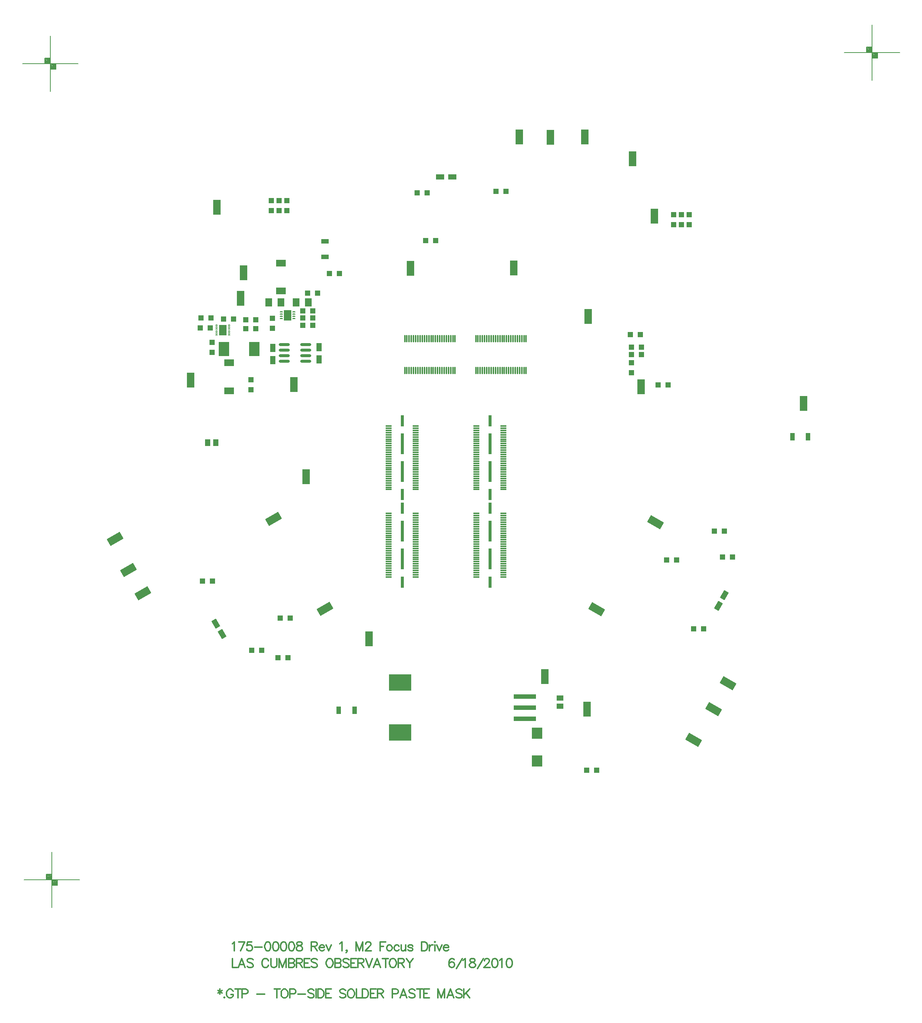
<source format=gtp>
%FSLAX23Y23*%
%MOIN*%
G70*
G01*
G75*
G04 Layer_Color=8421504*
%ADD10O,0.027X0.010*%
%ADD11R,0.065X0.094*%
%ADD12R,0.070X0.135*%
%ADD13O,0.098X0.028*%
%ADD14R,0.048X0.078*%
%ADD15R,0.087X0.059*%
%ADD16R,0.063X0.075*%
%ADD17R,0.050X0.050*%
%ADD18R,0.050X0.050*%
%ADD19R,0.025X0.100*%
%ADD20R,0.057X0.012*%
%ADD21R,0.025X0.185*%
%ADD22O,0.024X0.010*%
%ADD23R,0.094X0.130*%
%ADD24R,0.094X0.102*%
%ADD25R,0.200X0.150*%
%ADD26R,0.200X0.040*%
%ADD27R,0.059X0.051*%
%ADD28O,0.012X0.069*%
%ADD29R,0.078X0.048*%
G04:AMPARAMS|DCode=30|XSize=78mil|YSize=48mil|CornerRadius=0mil|HoleSize=0mil|Usage=FLASHONLY|Rotation=120.000|XOffset=0mil|YOffset=0mil|HoleType=Round|Shape=Rectangle|*
%AMROTATEDRECTD30*
4,1,4,0.040,-0.022,-0.001,-0.046,-0.040,0.022,0.001,0.046,0.040,-0.022,0.0*
%
%ADD30ROTATEDRECTD30*%

G04:AMPARAMS|DCode=31|XSize=78mil|YSize=48mil|CornerRadius=0mil|HoleSize=0mil|Usage=FLASHONLY|Rotation=240.000|XOffset=0mil|YOffset=0mil|HoleType=Round|Shape=Rectangle|*
%AMROTATEDRECTD31*
4,1,4,-0.001,0.046,0.040,0.022,0.001,-0.046,-0.040,-0.022,-0.001,0.046,0.0*
%
%ADD31ROTATEDRECTD31*%

%ADD32R,0.067X0.040*%
%ADD33R,0.040X0.067*%
%ADD34R,0.051X0.059*%
G04:AMPARAMS|DCode=35|XSize=135mil|YSize=70mil|CornerRadius=0mil|HoleSize=0mil|Usage=FLASHONLY|Rotation=30.000|XOffset=0mil|YOffset=0mil|HoleType=Round|Shape=Rectangle|*
%AMROTATEDRECTD35*
4,1,4,-0.041,-0.064,-0.076,-0.003,0.041,0.064,0.076,0.003,-0.041,-0.064,0.0*
%
%ADD35ROTATEDRECTD35*%

G04:AMPARAMS|DCode=36|XSize=135mil|YSize=70mil|CornerRadius=0mil|HoleSize=0mil|Usage=FLASHONLY|Rotation=150.000|XOffset=0mil|YOffset=0mil|HoleType=Round|Shape=Rectangle|*
%AMROTATEDRECTD36*
4,1,4,0.076,-0.003,0.041,-0.064,-0.076,0.003,-0.041,0.064,0.076,-0.003,0.0*
%
%ADD36ROTATEDRECTD36*%

%ADD37C,0.020*%
%ADD38C,0.030*%
%ADD39C,0.010*%
%ADD40C,0.005*%
%ADD41C,0.050*%
%ADD42C,0.005*%
%ADD43C,0.012*%
%ADD44C,0.008*%
%ADD45C,0.012*%
%ADD46C,0.012*%
%ADD47C,0.055*%
%ADD48P,0.078X4X165.0*%
%ADD49C,0.116*%
%ADD50C,0.085*%
%ADD51C,0.039*%
%ADD52C,0.200*%
%ADD53C,0.120*%
%ADD54P,0.085X4X105.0*%
%ADD55C,0.060*%
%ADD56P,0.085X4X345.0*%
%ADD57R,0.060X0.060*%
%ADD58P,0.084X4X195.0*%
%ADD59C,0.059*%
%ADD60C,0.031*%
%ADD61C,0.079*%
%ADD62P,0.084X4X255.0*%
%ADD63R,0.059X0.059*%
%ADD64C,0.175*%
%ADD65C,0.070*%
%ADD66R,0.070X0.070*%
%ADD67P,0.084X4X255.0*%
%ADD68C,0.059*%
%ADD69R,0.059X0.059*%
%ADD70P,0.084X4X375.0*%
%ADD71C,0.157*%
%ADD72P,0.084X4X285.0*%
%ADD73C,0.098*%
%ADD74O,0.079X0.039*%
%ADD75R,0.079X0.039*%
%ADD76R,0.059X0.059*%
%ADD77C,0.413*%
%ADD78C,0.531*%
%ADD79C,0.335*%
%ADD80C,0.236*%
%ADD81P,0.099X4X165.0*%
%ADD82P,0.099X4X285.0*%
%ADD83C,0.024*%
%ADD84C,0.026*%
%ADD85C,0.050*%
%ADD86C,0.040*%
%ADD87C,0.075*%
%ADD88C,0.168*%
%ADD89C,0.102*%
%ADD90C,0.080*%
%ADD91C,0.131*%
%ADD92C,0.110*%
G04:AMPARAMS|DCode=93|XSize=90mil|YSize=90mil|CornerRadius=0mil|HoleSize=0mil|Usage=FLASHONLY|Rotation=0.000|XOffset=0mil|YOffset=0mil|HoleType=Round|Shape=Relief|Width=10mil|Gap=10mil|Entries=4|*
%AMTHD93*
7,0,0,0.090,0.070,0.010,45*
%
%ADD93THD93*%
%ADD94C,0.075*%
%ADD95C,0.060*%
G04:AMPARAMS|DCode=96|XSize=107.244mil|YSize=107.244mil|CornerRadius=0mil|HoleSize=0mil|Usage=FLASHONLY|Rotation=0.000|XOffset=0mil|YOffset=0mil|HoleType=Round|Shape=Relief|Width=10mil|Gap=10mil|Entries=4|*
%AMTHD96*
7,0,0,0.107,0.087,0.010,45*
%
%ADD96THD96*%
%ADD97C,0.087*%
%ADD98C,0.163*%
%ADD99C,0.087*%
%ADD100C,0.075*%
%ADD101C,0.131*%
%ADD102C,0.076*%
%ADD103C,0.099*%
%ADD104C,0.070*%
G04:AMPARAMS|DCode=105|XSize=95.433mil|YSize=95.433mil|CornerRadius=0mil|HoleSize=0mil|Usage=FLASHONLY|Rotation=0.000|XOffset=0mil|YOffset=0mil|HoleType=Round|Shape=Relief|Width=10mil|Gap=10mil|Entries=4|*
%AMTHD105*
7,0,0,0.095,0.075,0.010,45*
%
%ADD105THD105*%
%ADD106C,0.257*%
%ADD107C,0.571*%
%ADD108C,0.375*%
%ADD109C,0.206*%
%ADD110C,0.053*%
G04:AMPARAMS|DCode=111|XSize=70mil|YSize=70mil|CornerRadius=0mil|HoleSize=0mil|Usage=FLASHONLY|Rotation=0.000|XOffset=0mil|YOffset=0mil|HoleType=Round|Shape=Relief|Width=10mil|Gap=10mil|Entries=4|*
%AMTHD111*
7,0,0,0.070,0.050,0.010,45*
%
%ADD111THD111*%
%ADD112C,0.065*%
G04:AMPARAMS|DCode=113|XSize=85mil|YSize=85mil|CornerRadius=0mil|HoleSize=0mil|Usage=FLASHONLY|Rotation=0.000|XOffset=0mil|YOffset=0mil|HoleType=Round|Shape=Relief|Width=10mil|Gap=10mil|Entries=4|*
%AMTHD113*
7,0,0,0.085,0.065,0.010,45*
%
%ADD113THD113*%
G04:AMPARAMS|DCode=114|XSize=95mil|YSize=95mil|CornerRadius=0mil|HoleSize=0mil|Usage=FLASHONLY|Rotation=0.000|XOffset=0mil|YOffset=0mil|HoleType=Round|Shape=Relief|Width=10mil|Gap=10mil|Entries=4|*
%AMTHD114*
7,0,0,0.095,0.075,0.010,45*
%
%ADD114THD114*%
G04:AMPARAMS|DCode=115|XSize=122mil|YSize=122mil|CornerRadius=0mil|HoleSize=0mil|Usage=FLASHONLY|Rotation=0.000|XOffset=0mil|YOffset=0mil|HoleType=Round|Shape=Relief|Width=10mil|Gap=10mil|Entries=4|*
%AMTHD115*
7,0,0,0.122,0.102,0.010,45*
%
%ADD115THD115*%
G04:AMPARAMS|DCode=116|XSize=79.685mil|YSize=79.685mil|CornerRadius=0mil|HoleSize=0mil|Usage=FLASHONLY|Rotation=0.000|XOffset=0mil|YOffset=0mil|HoleType=Round|Shape=Relief|Width=10mil|Gap=10mil|Entries=4|*
%AMTHD116*
7,0,0,0.080,0.060,0.010,45*
%
%ADD116THD116*%
G04:AMPARAMS|DCode=117|XSize=183mil|YSize=183mil|CornerRadius=0mil|HoleSize=0mil|Usage=FLASHONLY|Rotation=0.000|XOffset=0mil|YOffset=0mil|HoleType=Round|Shape=Relief|Width=10mil|Gap=10mil|Entries=4|*
%AMTHD117*
7,0,0,0.183,0.163,0.010,45*
%
%ADD117THD117*%
G04:AMPARAMS|DCode=118|XSize=107mil|YSize=107mil|CornerRadius=0mil|HoleSize=0mil|Usage=FLASHONLY|Rotation=0.000|XOffset=0mil|YOffset=0mil|HoleType=Round|Shape=Relief|Width=10mil|Gap=10mil|Entries=4|*
%AMTHD118*
7,0,0,0.107,0.087,0.010,45*
%
%ADD118THD118*%
G04:AMPARAMS|DCode=119|XSize=95.433mil|YSize=95.433mil|CornerRadius=0mil|HoleSize=0mil|Usage=FLASHONLY|Rotation=0.000|XOffset=0mil|YOffset=0mil|HoleType=Round|Shape=Relief|Width=10mil|Gap=10mil|Entries=4|*
%AMTHD119*
7,0,0,0.095,0.075,0.010,45*
%
%ADD119THD119*%
G04:AMPARAMS|DCode=120|XSize=150.551mil|YSize=150.551mil|CornerRadius=0mil|HoleSize=0mil|Usage=FLASHONLY|Rotation=0.000|XOffset=0mil|YOffset=0mil|HoleType=Round|Shape=Relief|Width=10mil|Gap=10mil|Entries=4|*
%AMTHD120*
7,0,0,0.151,0.131,0.010,45*
%
%ADD120THD120*%
G04:AMPARAMS|DCode=121|XSize=96.221mil|YSize=96.221mil|CornerRadius=0mil|HoleSize=0mil|Usage=FLASHONLY|Rotation=0.000|XOffset=0mil|YOffset=0mil|HoleType=Round|Shape=Relief|Width=10mil|Gap=10mil|Entries=4|*
%AMTHD121*
7,0,0,0.096,0.076,0.010,45*
%
%ADD121THD121*%
G04:AMPARAMS|DCode=122|XSize=119.055mil|YSize=119.055mil|CornerRadius=0mil|HoleSize=0mil|Usage=FLASHONLY|Rotation=0.000|XOffset=0mil|YOffset=0mil|HoleType=Round|Shape=Relief|Width=10mil|Gap=10mil|Entries=4|*
%AMTHD122*
7,0,0,0.119,0.099,0.010,45*
%
%ADD122THD122*%
G04:AMPARAMS|DCode=123|XSize=89.528mil|YSize=89.528mil|CornerRadius=0mil|HoleSize=0mil|Usage=FLASHONLY|Rotation=0.000|XOffset=0mil|YOffset=0mil|HoleType=Round|Shape=Relief|Width=10mil|Gap=10mil|Entries=4|*
%AMTHD123*
7,0,0,0.090,0.070,0.010,45*
%
%ADD123THD123*%
G04:AMPARAMS|DCode=124|XSize=72.992mil|YSize=72.992mil|CornerRadius=0mil|HoleSize=0mil|Usage=FLASHONLY|Rotation=0.000|XOffset=0mil|YOffset=0mil|HoleType=Round|Shape=Relief|Width=10mil|Gap=10mil|Entries=4|*
%AMTHD124*
7,0,0,0.073,0.053,0.010,45*
%
%ADD124THD124*%
G04:AMPARAMS|DCode=125|XSize=79mil|YSize=236mil|CornerRadius=0mil|HoleSize=0mil|Usage=FLASHONLY|Rotation=240.000|XOffset=0mil|YOffset=0mil|HoleType=Round|Shape=Rectangle|*
%AMROTATEDRECTD125*
4,1,4,-0.083,0.093,0.122,-0.025,0.083,-0.093,-0.122,0.025,-0.083,0.093,0.0*
%
%ADD125ROTATEDRECTD125*%

G04:AMPARAMS|DCode=126|XSize=79mil|YSize=236mil|CornerRadius=0mil|HoleSize=0mil|Usage=FLASHONLY|Rotation=120.000|XOffset=0mil|YOffset=0mil|HoleType=Round|Shape=Rectangle|*
%AMROTATEDRECTD126*
4,1,4,0.122,0.025,-0.083,-0.093,-0.122,-0.025,0.083,0.093,0.122,0.025,0.0*
%
%ADD126ROTATEDRECTD126*%

%ADD127R,0.236X0.079*%
%ADD128R,0.025X0.070*%
G04:AMPARAMS|DCode=129|XSize=28mil|YSize=98mil|CornerRadius=0mil|HoleSize=0mil|Usage=FLASHONLY|Rotation=210.000|XOffset=0mil|YOffset=0mil|HoleType=Round|Shape=Round|*
%AMOVALD129*
21,1,0.071,0.028,0.000,0.000,300.0*
1,1,0.028,-0.018,0.031*
1,1,0.028,0.018,-0.031*
%
%ADD129OVALD129*%

%ADD130P,0.071X4X345.0*%
G04:AMPARAMS|DCode=131|XSize=28mil|YSize=98mil|CornerRadius=0mil|HoleSize=0mil|Usage=FLASHONLY|Rotation=330.000|XOffset=0mil|YOffset=0mil|HoleType=Round|Shape=Round|*
%AMOVALD131*
21,1,0.071,0.028,0.000,0.000,60.0*
1,1,0.028,-0.018,-0.031*
1,1,0.028,0.018,0.031*
%
%ADD131OVALD131*%

%ADD132P,0.071X4X105.0*%
%ADD133C,0.075*%
%ADD134C,0.010*%
%ADD135C,0.010*%
%ADD136C,0.024*%
%ADD137C,0.007*%
%ADD138C,0.008*%
%ADD139C,0.006*%
%ADD140C,0.020*%
%ADD141R,0.195X0.150*%
%ADD142R,0.020X0.082*%
D10*
X13852Y14298D02*
D03*
Y14279D02*
D03*
Y14259D02*
D03*
Y14239D02*
D03*
X13963D02*
D03*
Y14259D02*
D03*
X13963Y14279D02*
D03*
X13963Y14298D02*
D03*
D11*
X13908Y14269D02*
D03*
X13323Y14136D02*
D03*
D12*
X13964Y13646D02*
D03*
X13034Y13686D02*
D03*
X13484Y14421D02*
D03*
X13509Y14651D02*
D03*
X16613Y14259D02*
D03*
X18554Y13476D02*
D03*
X16604Y10721D02*
D03*
X14639Y11356D02*
D03*
X14074Y12816D02*
D03*
X15994Y15876D02*
D03*
X16274Y15871D02*
D03*
X16584Y15876D02*
D03*
X15944Y14696D02*
D03*
X15014Y14691D02*
D03*
X17209Y15161D02*
D03*
X13269Y15241D02*
D03*
X17089Y13626D02*
D03*
X16224Y11016D02*
D03*
X17013Y15680D02*
D03*
D13*
X14070Y13856D02*
D03*
Y13906D02*
D03*
Y13956D02*
D03*
Y14006D02*
D03*
X13877Y13856D02*
D03*
Y13906D02*
D03*
Y13956D02*
D03*
Y14006D02*
D03*
D14*
X14189Y13871D02*
D03*
Y13981D02*
D03*
X13774Y13866D02*
D03*
Y13976D02*
D03*
D15*
X13848Y14488D02*
D03*
Y14740D02*
D03*
X13381Y13841D02*
D03*
Y13589D02*
D03*
D16*
X14093Y14384D02*
D03*
X13983D02*
D03*
X13738D02*
D03*
X13848D02*
D03*
D17*
X14043Y14309D02*
D03*
X14133D02*
D03*
X14043Y14179D02*
D03*
X14133D02*
D03*
X14178Y14469D02*
D03*
X14088D02*
D03*
X14133Y14244D02*
D03*
X14043D02*
D03*
X13211Y14155D02*
D03*
X13121D02*
D03*
X13621Y14150D02*
D03*
X13531D02*
D03*
X13621Y14230D02*
D03*
X13531D02*
D03*
X13331Y14235D02*
D03*
X13421D02*
D03*
X13126Y14245D02*
D03*
X13216D02*
D03*
X14374Y14646D02*
D03*
X14284D02*
D03*
X13909Y11186D02*
D03*
X13819D02*
D03*
X17749Y12326D02*
D03*
X17839D02*
D03*
X15239Y14941D02*
D03*
X15149D02*
D03*
X13929Y11541D02*
D03*
X13839D02*
D03*
X17319Y12066D02*
D03*
X17409D02*
D03*
X15164Y15371D02*
D03*
X15074D02*
D03*
X13674Y11251D02*
D03*
X13584D02*
D03*
X17914Y12091D02*
D03*
X17824D02*
D03*
X17334Y13641D02*
D03*
X17244D02*
D03*
X17084Y14096D02*
D03*
X16994D02*
D03*
X17094Y13981D02*
D03*
X17004D02*
D03*
Y13916D02*
D03*
X17094D02*
D03*
X16689Y10171D02*
D03*
X16599D02*
D03*
X15874Y15386D02*
D03*
X15784D02*
D03*
X13139Y11876D02*
D03*
X13229D02*
D03*
X17654Y11446D02*
D03*
X17564D02*
D03*
D18*
X13769Y14151D02*
D03*
Y14241D02*
D03*
X13226Y13935D02*
D03*
Y14025D02*
D03*
X13576Y13690D02*
D03*
Y13600D02*
D03*
X17384Y15086D02*
D03*
Y15176D02*
D03*
X17454D02*
D03*
Y15086D02*
D03*
X13899Y15211D02*
D03*
Y15301D02*
D03*
X13829D02*
D03*
Y15211D02*
D03*
X17524Y15176D02*
D03*
Y15086D02*
D03*
X13759Y15301D02*
D03*
Y15211D02*
D03*
X17004Y13841D02*
D03*
Y13751D02*
D03*
D19*
X15730Y12531D02*
D03*
Y12654D02*
D03*
Y13319D02*
D03*
Y11866D02*
D03*
X14940Y12531D02*
D03*
Y12654D02*
D03*
Y13319D02*
D03*
Y11866D02*
D03*
D20*
X15852Y13271D02*
D03*
Y13252D02*
D03*
Y13232D02*
D03*
Y13212D02*
D03*
Y13193D02*
D03*
Y13173D02*
D03*
Y13153D02*
D03*
Y13134D02*
D03*
Y13114D02*
D03*
Y13094D02*
D03*
Y13075D02*
D03*
Y13055D02*
D03*
Y13035D02*
D03*
Y13016D02*
D03*
Y12996D02*
D03*
Y12976D02*
D03*
Y12957D02*
D03*
Y12937D02*
D03*
Y12917D02*
D03*
Y12897D02*
D03*
Y12878D02*
D03*
Y12858D02*
D03*
Y12838D02*
D03*
Y12819D02*
D03*
Y12799D02*
D03*
Y12779D02*
D03*
Y12760D02*
D03*
Y12740D02*
D03*
Y12720D02*
D03*
Y12701D02*
D03*
Y12484D02*
D03*
Y12464D02*
D03*
Y12445D02*
D03*
Y12425D02*
D03*
Y12405D02*
D03*
Y12386D02*
D03*
Y12366D02*
D03*
Y12346D02*
D03*
Y12327D02*
D03*
Y12307D02*
D03*
Y12287D02*
D03*
Y12268D02*
D03*
Y12248D02*
D03*
Y12228D02*
D03*
Y12208D02*
D03*
Y12189D02*
D03*
Y12169D02*
D03*
Y12149D02*
D03*
Y12130D02*
D03*
Y12110D02*
D03*
Y12090D02*
D03*
Y12071D02*
D03*
Y12051D02*
D03*
Y12031D02*
D03*
Y12012D02*
D03*
Y11992D02*
D03*
Y11972D02*
D03*
Y11953D02*
D03*
Y11933D02*
D03*
Y11913D02*
D03*
X15608Y13271D02*
D03*
D03*
Y13252D02*
D03*
Y13232D02*
D03*
Y13212D02*
D03*
Y13193D02*
D03*
Y13173D02*
D03*
Y13153D02*
D03*
Y13134D02*
D03*
Y13114D02*
D03*
Y13094D02*
D03*
Y13075D02*
D03*
Y13055D02*
D03*
Y13035D02*
D03*
Y13016D02*
D03*
Y12996D02*
D03*
Y12976D02*
D03*
Y12957D02*
D03*
Y12937D02*
D03*
Y12917D02*
D03*
Y12897D02*
D03*
Y12878D02*
D03*
Y12858D02*
D03*
Y12838D02*
D03*
Y12819D02*
D03*
Y12799D02*
D03*
Y12779D02*
D03*
Y12760D02*
D03*
Y12740D02*
D03*
Y12720D02*
D03*
Y12701D02*
D03*
Y12484D02*
D03*
Y12464D02*
D03*
Y12445D02*
D03*
Y12425D02*
D03*
Y12405D02*
D03*
Y12386D02*
D03*
Y12366D02*
D03*
Y12346D02*
D03*
Y12327D02*
D03*
Y12307D02*
D03*
Y12287D02*
D03*
Y12268D02*
D03*
Y12248D02*
D03*
Y12228D02*
D03*
Y12208D02*
D03*
Y12189D02*
D03*
Y12169D02*
D03*
Y12149D02*
D03*
Y12130D02*
D03*
Y12110D02*
D03*
Y12090D02*
D03*
Y12071D02*
D03*
Y12051D02*
D03*
Y12031D02*
D03*
Y12012D02*
D03*
Y11992D02*
D03*
Y11972D02*
D03*
Y11953D02*
D03*
Y11933D02*
D03*
Y11913D02*
D03*
X15062Y13271D02*
D03*
Y13252D02*
D03*
Y13232D02*
D03*
Y13212D02*
D03*
Y13193D02*
D03*
Y13173D02*
D03*
Y13153D02*
D03*
Y13134D02*
D03*
Y13114D02*
D03*
Y13094D02*
D03*
Y13075D02*
D03*
Y13055D02*
D03*
Y13035D02*
D03*
Y13016D02*
D03*
Y12996D02*
D03*
Y12976D02*
D03*
Y12957D02*
D03*
Y12937D02*
D03*
Y12917D02*
D03*
Y12897D02*
D03*
Y12878D02*
D03*
Y12858D02*
D03*
Y12838D02*
D03*
Y12819D02*
D03*
Y12799D02*
D03*
Y12779D02*
D03*
Y12760D02*
D03*
Y12740D02*
D03*
Y12720D02*
D03*
Y12701D02*
D03*
Y12484D02*
D03*
Y12464D02*
D03*
Y12445D02*
D03*
Y12425D02*
D03*
Y12405D02*
D03*
Y12386D02*
D03*
Y12366D02*
D03*
Y12346D02*
D03*
Y12327D02*
D03*
Y12307D02*
D03*
Y12287D02*
D03*
Y12268D02*
D03*
Y12248D02*
D03*
Y12228D02*
D03*
Y12208D02*
D03*
Y12189D02*
D03*
Y12169D02*
D03*
Y12149D02*
D03*
Y12130D02*
D03*
Y12110D02*
D03*
Y12090D02*
D03*
Y12071D02*
D03*
Y12051D02*
D03*
Y12031D02*
D03*
Y12012D02*
D03*
Y11992D02*
D03*
Y11972D02*
D03*
Y11953D02*
D03*
Y11933D02*
D03*
Y11913D02*
D03*
X14818Y13271D02*
D03*
D03*
Y13252D02*
D03*
Y13232D02*
D03*
Y13212D02*
D03*
Y13193D02*
D03*
Y13173D02*
D03*
Y13153D02*
D03*
Y13134D02*
D03*
Y13114D02*
D03*
Y13094D02*
D03*
Y13075D02*
D03*
Y13055D02*
D03*
Y13035D02*
D03*
Y13016D02*
D03*
Y12996D02*
D03*
Y12976D02*
D03*
Y12957D02*
D03*
Y12937D02*
D03*
Y12917D02*
D03*
Y12897D02*
D03*
Y12878D02*
D03*
Y12858D02*
D03*
Y12838D02*
D03*
Y12819D02*
D03*
Y12799D02*
D03*
Y12779D02*
D03*
Y12760D02*
D03*
Y12740D02*
D03*
Y12720D02*
D03*
Y12701D02*
D03*
Y12484D02*
D03*
Y12464D02*
D03*
Y12445D02*
D03*
Y12425D02*
D03*
Y12405D02*
D03*
Y12386D02*
D03*
Y12366D02*
D03*
Y12346D02*
D03*
Y12327D02*
D03*
Y12307D02*
D03*
Y12287D02*
D03*
Y12268D02*
D03*
Y12248D02*
D03*
Y12228D02*
D03*
Y12208D02*
D03*
Y12189D02*
D03*
Y12169D02*
D03*
Y12149D02*
D03*
Y12130D02*
D03*
Y12110D02*
D03*
Y12090D02*
D03*
Y12071D02*
D03*
Y12051D02*
D03*
Y12031D02*
D03*
Y12012D02*
D03*
Y11992D02*
D03*
Y11972D02*
D03*
Y11953D02*
D03*
Y11933D02*
D03*
Y11913D02*
D03*
D21*
X15730Y13111D02*
D03*
Y12861D02*
D03*
Y12074D02*
D03*
Y12324D02*
D03*
X14940Y13111D02*
D03*
Y12861D02*
D03*
Y12074D02*
D03*
Y12324D02*
D03*
D22*
X13380Y14180D02*
D03*
Y14162D02*
D03*
X13266Y14180D02*
D03*
Y14162D02*
D03*
Y14144D02*
D03*
Y14127D02*
D03*
Y14109D02*
D03*
Y14091D02*
D03*
X13380D02*
D03*
Y14109D02*
D03*
Y14127D02*
D03*
Y14144D02*
D03*
D23*
X13608Y13965D02*
D03*
X13334D02*
D03*
D24*
X16154Y10507D02*
D03*
Y10255D02*
D03*
D25*
X14919Y10961D02*
D03*
Y10511D02*
D03*
D26*
X16044Y10636D02*
D03*
Y10736D02*
D03*
Y10836D02*
D03*
D27*
X16359Y10748D02*
D03*
Y10823D02*
D03*
D28*
X15603Y13773D02*
D03*
X15622D02*
D03*
X15642D02*
D03*
X15662D02*
D03*
X15681D02*
D03*
X15701D02*
D03*
X15721D02*
D03*
X15740D02*
D03*
X15760D02*
D03*
X15780D02*
D03*
X15799D02*
D03*
X15819D02*
D03*
X15839D02*
D03*
X15858D02*
D03*
X15878D02*
D03*
X15898D02*
D03*
X15917D02*
D03*
X15937D02*
D03*
X15957D02*
D03*
X15977D02*
D03*
X15996D02*
D03*
X16016D02*
D03*
X16036D02*
D03*
X16055D02*
D03*
X15603Y14059D02*
D03*
X15622D02*
D03*
X15642D02*
D03*
X15662D02*
D03*
X15681D02*
D03*
X15701D02*
D03*
X15721D02*
D03*
X15740D02*
D03*
X15760D02*
D03*
X15780D02*
D03*
X15799D02*
D03*
X15819D02*
D03*
X15839D02*
D03*
X15858D02*
D03*
X15878D02*
D03*
X15898D02*
D03*
X15917D02*
D03*
X15937D02*
D03*
X15957D02*
D03*
X15977D02*
D03*
X15996D02*
D03*
X16016D02*
D03*
X16036D02*
D03*
X16055D02*
D03*
X14963Y13773D02*
D03*
X14982D02*
D03*
X15002D02*
D03*
X15022D02*
D03*
X15041D02*
D03*
X15061D02*
D03*
X15081D02*
D03*
X15100D02*
D03*
X15120D02*
D03*
X15140D02*
D03*
X15159D02*
D03*
X15179D02*
D03*
X15199D02*
D03*
X15218D02*
D03*
X15238D02*
D03*
X15258D02*
D03*
X15277D02*
D03*
X15297D02*
D03*
X15317D02*
D03*
X15337D02*
D03*
X15356D02*
D03*
X15376D02*
D03*
X15396D02*
D03*
X15415D02*
D03*
X14963Y14059D02*
D03*
X14982D02*
D03*
X15002D02*
D03*
X15022D02*
D03*
X15041D02*
D03*
X15061D02*
D03*
X15081D02*
D03*
X15100D02*
D03*
X15120D02*
D03*
X15140D02*
D03*
X15159D02*
D03*
X15179D02*
D03*
X15199D02*
D03*
X15218D02*
D03*
X15238D02*
D03*
X15258D02*
D03*
X15277D02*
D03*
X15297D02*
D03*
X15317D02*
D03*
X15337D02*
D03*
X15356D02*
D03*
X15376D02*
D03*
X15396D02*
D03*
X15415D02*
D03*
D29*
X15279Y15516D02*
D03*
X15389D02*
D03*
D30*
X13316Y11398D02*
D03*
X13261Y11493D02*
D03*
D31*
X17841Y11748D02*
D03*
X17786Y11653D02*
D03*
D32*
X14244Y14937D02*
D03*
Y14795D02*
D03*
D33*
X14510Y10711D02*
D03*
X14368D02*
D03*
X18595Y13176D02*
D03*
X18453D02*
D03*
D34*
X13261Y13121D02*
D03*
X13186D02*
D03*
D35*
X12604Y11766D02*
D03*
X12474Y11976D02*
D03*
X12354Y12256D02*
D03*
X13779Y12436D02*
D03*
X14244Y11626D02*
D03*
D36*
X17874Y10956D02*
D03*
X17744Y10721D02*
D03*
X17564Y10446D02*
D03*
X17219Y12406D02*
D03*
X16689Y11621D02*
D03*
D44*
X11519Y16536D02*
X12019D01*
X11769Y16286D02*
Y16786D01*
X11719Y16586D02*
X11719Y16536D01*
X11719Y16586D02*
X11769Y16586D01*
X11819Y16536D02*
X11819Y16486D01*
X11769Y16486D02*
X11819Y16486D01*
X11774Y16531D02*
X11814D01*
Y16491D02*
Y16531D01*
X11774Y16491D02*
X11814D01*
X11774D02*
Y16531D01*
X11779Y16526D02*
X11809D01*
Y16496D02*
Y16526D01*
X11779Y16496D02*
X11809D01*
X11779D02*
Y16521D01*
X11784D02*
X11804D01*
X11804Y16501D01*
X11784Y16501D02*
X11804Y16501D01*
X11784Y16501D02*
Y16516D01*
X11789Y16516D02*
X11799Y16516D01*
Y16506D02*
Y16516D01*
X11789Y16506D02*
X11799D01*
X11789D02*
X11789Y16516D01*
Y16511D02*
X11799D01*
X11724Y16581D02*
X11764D01*
Y16541D02*
Y16581D01*
X11724Y16541D02*
X11764D01*
X11724D02*
Y16581D01*
X11729Y16576D02*
X11759D01*
Y16546D02*
Y16576D01*
X11729Y16546D02*
X11759D01*
X11729D02*
Y16571D01*
X11734D02*
X11754Y16571D01*
Y16551D02*
Y16571D01*
X11734Y16551D02*
X11754D01*
X11734D02*
Y16566D01*
X11739D02*
X11749D01*
X11749Y16556D02*
X11749Y16566D01*
X11739Y16556D02*
X11749Y16556D01*
X11739Y16556D02*
Y16566D01*
Y16561D02*
X11749D01*
X18919Y16636D02*
X19419D01*
X19169Y16386D02*
Y16886D01*
X19119Y16686D02*
X19119Y16636D01*
X19119Y16686D02*
X19169Y16686D01*
X19219Y16636D02*
X19219Y16586D01*
X19169Y16586D02*
X19219Y16586D01*
X19174Y16631D02*
X19214D01*
Y16591D02*
Y16631D01*
X19174Y16591D02*
X19214D01*
X19174D02*
Y16631D01*
X19179Y16626D02*
X19209D01*
Y16596D02*
Y16626D01*
X19179Y16596D02*
X19209D01*
X19179D02*
Y16621D01*
X19184D02*
X19204D01*
X19204Y16601D01*
X19184Y16601D02*
X19204Y16601D01*
X19184Y16601D02*
Y16616D01*
X19189Y16616D02*
X19199Y16616D01*
Y16606D02*
Y16616D01*
X19189Y16606D02*
X19199D01*
X19189D02*
X19189Y16616D01*
Y16611D02*
X19199D01*
X19124Y16681D02*
X19164D01*
Y16641D02*
Y16681D01*
X19124Y16641D02*
X19164D01*
X19124D02*
Y16681D01*
X19129Y16676D02*
X19159D01*
Y16646D02*
Y16676D01*
X19129Y16646D02*
X19159D01*
X19129D02*
Y16671D01*
X19134D02*
X19154Y16671D01*
Y16651D02*
Y16671D01*
X19134Y16651D02*
X19154D01*
X19134D02*
Y16666D01*
X19139D02*
X19149D01*
X19149Y16656D02*
X19149Y16666D01*
X19139Y16656D02*
X19149Y16656D01*
X19139Y16656D02*
Y16666D01*
Y16661D02*
X19149D01*
X11534Y9186D02*
X12034D01*
X11784Y8936D02*
Y9436D01*
X11734Y9236D02*
X11734Y9186D01*
X11734Y9236D02*
X11784Y9236D01*
X11834Y9186D02*
X11834Y9136D01*
X11784Y9136D02*
X11834Y9136D01*
X11789Y9181D02*
X11829D01*
Y9141D02*
Y9181D01*
X11789Y9141D02*
X11829D01*
X11789D02*
Y9181D01*
X11794Y9176D02*
X11824D01*
Y9146D02*
Y9176D01*
X11794Y9146D02*
X11824D01*
X11794D02*
Y9171D01*
X11799D02*
X11819D01*
X11819Y9151D01*
X11799Y9151D02*
X11819Y9151D01*
X11799Y9151D02*
Y9166D01*
X11804Y9166D02*
X11814Y9166D01*
Y9156D02*
Y9166D01*
X11804Y9156D02*
X11814D01*
X11804D02*
X11804Y9166D01*
Y9161D02*
X11814D01*
X11739Y9231D02*
X11779D01*
Y9191D02*
Y9231D01*
X11739Y9191D02*
X11779D01*
X11739D02*
Y9231D01*
X11744Y9226D02*
X11774D01*
Y9196D02*
Y9226D01*
X11744Y9196D02*
X11774D01*
X11744D02*
Y9221D01*
X11749D02*
X11769Y9221D01*
Y9201D02*
Y9221D01*
X11749Y9201D02*
X11769D01*
X11749D02*
Y9216D01*
X11754D02*
X11764D01*
X11764Y9206D02*
X11764Y9216D01*
X11754Y9206D02*
X11764Y9206D01*
X11754Y9206D02*
Y9216D01*
Y9211D02*
X11764D01*
D45*
X13298Y8201D02*
Y8155D01*
X13279Y8189D02*
X13317Y8167D01*
Y8189D02*
X13279Y8167D01*
X13337Y8128D02*
X13333Y8125D01*
X13337Y8121D01*
X13341Y8125D01*
X13337Y8128D01*
X13416Y8182D02*
X13412Y8189D01*
X13404Y8197D01*
X13397Y8201D01*
X13381D01*
X13374Y8197D01*
X13366Y8189D01*
X13362Y8182D01*
X13358Y8170D01*
Y8151D01*
X13362Y8140D01*
X13366Y8132D01*
X13374Y8125D01*
X13381Y8121D01*
X13397D01*
X13404Y8125D01*
X13412Y8132D01*
X13416Y8140D01*
Y8151D01*
X13397D02*
X13416D01*
X13461Y8201D02*
Y8121D01*
X13434Y8201D02*
X13487D01*
X13497Y8159D02*
X13531D01*
X13542Y8163D01*
X13546Y8167D01*
X13550Y8174D01*
Y8186D01*
X13546Y8193D01*
X13542Y8197D01*
X13531Y8201D01*
X13497D01*
Y8121D01*
X13631Y8155D02*
X13699D01*
X13812Y8201D02*
Y8121D01*
X13786Y8201D02*
X13839D01*
X13871D02*
X13864Y8197D01*
X13856Y8189D01*
X13852Y8182D01*
X13849Y8170D01*
Y8151D01*
X13852Y8140D01*
X13856Y8132D01*
X13864Y8125D01*
X13871Y8121D01*
X13887D01*
X13894Y8125D01*
X13902Y8132D01*
X13906Y8140D01*
X13910Y8151D01*
Y8170D01*
X13906Y8182D01*
X13902Y8189D01*
X13894Y8197D01*
X13887Y8201D01*
X13871D01*
X13928Y8159D02*
X13963D01*
X13974Y8163D01*
X13978Y8167D01*
X13982Y8174D01*
Y8186D01*
X13978Y8193D01*
X13974Y8197D01*
X13963Y8201D01*
X13928D01*
Y8121D01*
X13999Y8155D02*
X14068D01*
X14145Y8189D02*
X14137Y8197D01*
X14126Y8201D01*
X14111D01*
X14099Y8197D01*
X14092Y8189D01*
Y8182D01*
X14095Y8174D01*
X14099Y8170D01*
X14107Y8167D01*
X14130Y8159D01*
X14137Y8155D01*
X14141Y8151D01*
X14145Y8144D01*
Y8132D01*
X14137Y8125D01*
X14126Y8121D01*
X14111D01*
X14099Y8125D01*
X14092Y8132D01*
X14163Y8201D02*
Y8121D01*
X14180Y8201D02*
Y8121D01*
Y8201D02*
X14206D01*
X14218Y8197D01*
X14225Y8189D01*
X14229Y8182D01*
X14233Y8170D01*
Y8151D01*
X14229Y8140D01*
X14225Y8132D01*
X14218Y8125D01*
X14206Y8121D01*
X14180D01*
X14300Y8201D02*
X14251D01*
Y8121D01*
X14300D01*
X14251Y8163D02*
X14281D01*
X14430Y8189D02*
X14422Y8197D01*
X14411Y8201D01*
X14396D01*
X14384Y8197D01*
X14377Y8189D01*
Y8182D01*
X14380Y8174D01*
X14384Y8170D01*
X14392Y8167D01*
X14415Y8159D01*
X14422Y8155D01*
X14426Y8151D01*
X14430Y8144D01*
Y8132D01*
X14422Y8125D01*
X14411Y8121D01*
X14396D01*
X14384Y8125D01*
X14377Y8132D01*
X14471Y8201D02*
X14463Y8197D01*
X14455Y8189D01*
X14452Y8182D01*
X14448Y8170D01*
Y8151D01*
X14452Y8140D01*
X14455Y8132D01*
X14463Y8125D01*
X14471Y8121D01*
X14486D01*
X14493Y8125D01*
X14501Y8132D01*
X14505Y8140D01*
X14509Y8151D01*
Y8170D01*
X14505Y8182D01*
X14501Y8189D01*
X14493Y8197D01*
X14486Y8201D01*
X14471D01*
X14527D02*
Y8121D01*
X14573D01*
X14582Y8201D02*
Y8121D01*
Y8201D02*
X14608D01*
X14620Y8197D01*
X14628Y8189D01*
X14631Y8182D01*
X14635Y8170D01*
Y8151D01*
X14631Y8140D01*
X14628Y8132D01*
X14620Y8125D01*
X14608Y8121D01*
X14582D01*
X14703Y8201D02*
X14653D01*
Y8121D01*
X14703D01*
X14653Y8163D02*
X14684D01*
X14716Y8201D02*
Y8121D01*
Y8201D02*
X14750D01*
X14762Y8197D01*
X14765Y8193D01*
X14769Y8186D01*
Y8178D01*
X14765Y8170D01*
X14762Y8167D01*
X14750Y8163D01*
X14716D01*
X14743D02*
X14769Y8121D01*
X14850Y8159D02*
X14884D01*
X14896Y8163D01*
X14899Y8167D01*
X14903Y8174D01*
Y8186D01*
X14899Y8193D01*
X14896Y8197D01*
X14884Y8201D01*
X14850D01*
Y8121D01*
X14982D02*
X14952Y8201D01*
X14921Y8121D01*
X14933Y8147D02*
X14971D01*
X15054Y8189D02*
X15046Y8197D01*
X15035Y8201D01*
X15020D01*
X15008Y8197D01*
X15001Y8189D01*
Y8182D01*
X15005Y8174D01*
X15008Y8170D01*
X15016Y8167D01*
X15039Y8159D01*
X15046Y8155D01*
X15050Y8151D01*
X15054Y8144D01*
Y8132D01*
X15046Y8125D01*
X15035Y8121D01*
X15020D01*
X15008Y8125D01*
X15001Y8132D01*
X15099Y8201D02*
Y8121D01*
X15072Y8201D02*
X15125D01*
X15184D02*
X15135D01*
Y8121D01*
X15184D01*
X15135Y8163D02*
X15165D01*
X15261Y8201D02*
Y8121D01*
Y8201D02*
X15291Y8121D01*
X15321Y8201D02*
X15291Y8121D01*
X15321Y8201D02*
Y8121D01*
X15405D02*
X15375Y8201D01*
X15344Y8121D01*
X15356Y8147D02*
X15394D01*
X15477Y8189D02*
X15470Y8197D01*
X15458Y8201D01*
X15443D01*
X15432Y8197D01*
X15424Y8189D01*
Y8182D01*
X15428Y8174D01*
X15432Y8170D01*
X15439Y8167D01*
X15462Y8159D01*
X15470Y8155D01*
X15473Y8151D01*
X15477Y8144D01*
Y8132D01*
X15470Y8125D01*
X15458Y8121D01*
X15443D01*
X15432Y8125D01*
X15424Y8132D01*
X15495Y8201D02*
Y8121D01*
X15548Y8201D02*
X15495Y8147D01*
X15514Y8167D02*
X15548Y8121D01*
X13409Y8610D02*
X13416Y8614D01*
X13428Y8626D01*
Y8546D01*
X13521Y8626D02*
X13483Y8546D01*
X13467Y8626D02*
X13521D01*
X13584D02*
X13546D01*
X13542Y8591D01*
X13546Y8595D01*
X13558Y8599D01*
X13569D01*
X13581Y8595D01*
X13588Y8587D01*
X13592Y8576D01*
Y8568D01*
X13588Y8557D01*
X13581Y8549D01*
X13569Y8546D01*
X13558D01*
X13546Y8549D01*
X13542Y8553D01*
X13539Y8561D01*
X13610Y8580D02*
X13678D01*
X13725Y8626D02*
X13713Y8622D01*
X13706Y8610D01*
X13702Y8591D01*
Y8580D01*
X13706Y8561D01*
X13713Y8549D01*
X13725Y8546D01*
X13733D01*
X13744Y8549D01*
X13752Y8561D01*
X13755Y8580D01*
Y8591D01*
X13752Y8610D01*
X13744Y8622D01*
X13733Y8626D01*
X13725D01*
X13796D02*
X13785Y8622D01*
X13777Y8610D01*
X13773Y8591D01*
Y8580D01*
X13777Y8561D01*
X13785Y8549D01*
X13796Y8546D01*
X13804D01*
X13815Y8549D01*
X13823Y8561D01*
X13827Y8580D01*
Y8591D01*
X13823Y8610D01*
X13815Y8622D01*
X13804Y8626D01*
X13796D01*
X13867D02*
X13856Y8622D01*
X13848Y8610D01*
X13844Y8591D01*
Y8580D01*
X13848Y8561D01*
X13856Y8549D01*
X13867Y8546D01*
X13875D01*
X13886Y8549D01*
X13894Y8561D01*
X13898Y8580D01*
Y8591D01*
X13894Y8610D01*
X13886Y8622D01*
X13875Y8626D01*
X13867D01*
X13939D02*
X13927Y8622D01*
X13920Y8610D01*
X13916Y8591D01*
Y8580D01*
X13920Y8561D01*
X13927Y8549D01*
X13939Y8546D01*
X13946D01*
X13958Y8549D01*
X13965Y8561D01*
X13969Y8580D01*
Y8591D01*
X13965Y8610D01*
X13958Y8622D01*
X13946Y8626D01*
X13939D01*
X14006D02*
X13995Y8622D01*
X13991Y8614D01*
Y8606D01*
X13995Y8599D01*
X14002Y8595D01*
X14017Y8591D01*
X14029Y8587D01*
X14036Y8580D01*
X14040Y8572D01*
Y8561D01*
X14036Y8553D01*
X14033Y8549D01*
X14021Y8546D01*
X14006D01*
X13995Y8549D01*
X13991Y8553D01*
X13987Y8561D01*
Y8572D01*
X13991Y8580D01*
X13998Y8587D01*
X14010Y8591D01*
X14025Y8595D01*
X14033Y8599D01*
X14036Y8606D01*
Y8614D01*
X14033Y8622D01*
X14021Y8626D01*
X14006D01*
X14121D02*
Y8546D01*
Y8626D02*
X14155D01*
X14167Y8622D01*
X14171Y8618D01*
X14174Y8610D01*
Y8603D01*
X14171Y8595D01*
X14167Y8591D01*
X14155Y8587D01*
X14121D01*
X14148D02*
X14174Y8546D01*
X14192Y8576D02*
X14238D01*
Y8584D01*
X14234Y8591D01*
X14230Y8595D01*
X14223Y8599D01*
X14211D01*
X14204Y8595D01*
X14196Y8587D01*
X14192Y8576D01*
Y8568D01*
X14196Y8557D01*
X14204Y8549D01*
X14211Y8546D01*
X14223D01*
X14230Y8549D01*
X14238Y8557D01*
X14255Y8599D02*
X14278Y8546D01*
X14301Y8599D02*
X14278Y8546D01*
X14377Y8610D02*
X14384Y8614D01*
X14396Y8626D01*
Y8546D01*
X14443Y8549D02*
X14439Y8546D01*
X14435Y8549D01*
X14439Y8553D01*
X14443Y8549D01*
Y8542D01*
X14439Y8534D01*
X14435Y8530D01*
X14523Y8626D02*
Y8546D01*
Y8626D02*
X14554Y8546D01*
X14584Y8626D02*
X14554Y8546D01*
X14584Y8626D02*
Y8546D01*
X14611Y8606D02*
Y8610D01*
X14615Y8618D01*
X14618Y8622D01*
X14626Y8626D01*
X14641D01*
X14649Y8622D01*
X14653Y8618D01*
X14656Y8610D01*
Y8603D01*
X14653Y8595D01*
X14645Y8584D01*
X14607Y8546D01*
X14660D01*
X14741Y8626D02*
Y8546D01*
Y8626D02*
X14791D01*
X14741Y8587D02*
X14772D01*
X14819Y8599D02*
X14811Y8595D01*
X14804Y8587D01*
X14800Y8576D01*
Y8568D01*
X14804Y8557D01*
X14811Y8549D01*
X14819Y8546D01*
X14830D01*
X14838Y8549D01*
X14845Y8557D01*
X14849Y8568D01*
Y8576D01*
X14845Y8587D01*
X14838Y8595D01*
X14830Y8599D01*
X14819D01*
X14912Y8587D02*
X14905Y8595D01*
X14897Y8599D01*
X14886D01*
X14878Y8595D01*
X14871Y8587D01*
X14867Y8576D01*
Y8568D01*
X14871Y8557D01*
X14878Y8549D01*
X14886Y8546D01*
X14897D01*
X14905Y8549D01*
X14912Y8557D01*
X14930Y8599D02*
Y8561D01*
X14933Y8549D01*
X14941Y8546D01*
X14952D01*
X14960Y8549D01*
X14971Y8561D01*
Y8599D02*
Y8546D01*
X15034Y8587D02*
X15031Y8595D01*
X15019Y8599D01*
X15008D01*
X14996Y8595D01*
X14992Y8587D01*
X14996Y8580D01*
X15004Y8576D01*
X15023Y8572D01*
X15031Y8568D01*
X15034Y8561D01*
Y8557D01*
X15031Y8549D01*
X15019Y8546D01*
X15008D01*
X14996Y8549D01*
X14992Y8557D01*
X15114Y8626D02*
Y8546D01*
Y8626D02*
X15141D01*
X15152Y8622D01*
X15160Y8614D01*
X15163Y8606D01*
X15167Y8595D01*
Y8576D01*
X15163Y8565D01*
X15160Y8557D01*
X15152Y8549D01*
X15141Y8546D01*
X15114D01*
X15185Y8599D02*
Y8546D01*
Y8576D02*
X15189Y8587D01*
X15197Y8595D01*
X15204Y8599D01*
X15216D01*
X15230Y8626D02*
X15234Y8622D01*
X15238Y8626D01*
X15234Y8629D01*
X15230Y8626D01*
X15234Y8599D02*
Y8546D01*
X15252Y8599D02*
X15275Y8546D01*
X15298Y8599D02*
X15275Y8546D01*
X15311Y8576D02*
X15357D01*
Y8584D01*
X15353Y8591D01*
X15349Y8595D01*
X15341Y8599D01*
X15330D01*
X15322Y8595D01*
X15315Y8587D01*
X15311Y8576D01*
Y8568D01*
X15315Y8557D01*
X15322Y8549D01*
X15330Y8546D01*
X15341D01*
X15349Y8549D01*
X15357Y8557D01*
D46*
X13409Y8476D02*
Y8396D01*
X13454D01*
X13524D02*
X13494Y8476D01*
X13463Y8396D01*
X13475Y8422D02*
X13513D01*
X13596Y8464D02*
X13589Y8472D01*
X13577Y8476D01*
X13562D01*
X13550Y8472D01*
X13543Y8464D01*
Y8456D01*
X13547Y8449D01*
X13550Y8445D01*
X13558Y8441D01*
X13581Y8434D01*
X13589Y8430D01*
X13592Y8426D01*
X13596Y8418D01*
Y8407D01*
X13589Y8399D01*
X13577Y8396D01*
X13562D01*
X13550Y8399D01*
X13543Y8407D01*
X13734Y8456D02*
X13730Y8464D01*
X13723Y8472D01*
X13715Y8476D01*
X13700D01*
X13692Y8472D01*
X13685Y8464D01*
X13681Y8456D01*
X13677Y8445D01*
Y8426D01*
X13681Y8415D01*
X13685Y8407D01*
X13692Y8399D01*
X13700Y8396D01*
X13715D01*
X13723Y8399D01*
X13730Y8407D01*
X13734Y8415D01*
X13756Y8476D02*
Y8418D01*
X13760Y8407D01*
X13768Y8399D01*
X13779Y8396D01*
X13787D01*
X13798Y8399D01*
X13806Y8407D01*
X13810Y8418D01*
Y8476D01*
X13832D02*
Y8396D01*
Y8476D02*
X13862Y8396D01*
X13893Y8476D02*
X13862Y8396D01*
X13893Y8476D02*
Y8396D01*
X13916Y8476D02*
Y8396D01*
Y8476D02*
X13950D01*
X13961Y8472D01*
X13965Y8468D01*
X13969Y8460D01*
Y8453D01*
X13965Y8445D01*
X13961Y8441D01*
X13950Y8437D01*
X13916D02*
X13950D01*
X13961Y8434D01*
X13965Y8430D01*
X13969Y8422D01*
Y8411D01*
X13965Y8403D01*
X13961Y8399D01*
X13950Y8396D01*
X13916D01*
X13987Y8476D02*
Y8396D01*
Y8476D02*
X14021D01*
X14033Y8472D01*
X14036Y8468D01*
X14040Y8460D01*
Y8453D01*
X14036Y8445D01*
X14033Y8441D01*
X14021Y8437D01*
X13987D01*
X14014D02*
X14040Y8396D01*
X14108Y8476D02*
X14058D01*
Y8396D01*
X14108D01*
X14058Y8437D02*
X14089D01*
X14174Y8464D02*
X14167Y8472D01*
X14155Y8476D01*
X14140D01*
X14129Y8472D01*
X14121Y8464D01*
Y8456D01*
X14125Y8449D01*
X14129Y8445D01*
X14136Y8441D01*
X14159Y8434D01*
X14167Y8430D01*
X14171Y8426D01*
X14174Y8418D01*
Y8407D01*
X14167Y8399D01*
X14155Y8396D01*
X14140D01*
X14129Y8399D01*
X14121Y8407D01*
X14278Y8476D02*
X14270Y8472D01*
X14263Y8464D01*
X14259Y8456D01*
X14255Y8445D01*
Y8426D01*
X14259Y8415D01*
X14263Y8407D01*
X14270Y8399D01*
X14278Y8396D01*
X14293D01*
X14301Y8399D01*
X14308Y8407D01*
X14312Y8415D01*
X14316Y8426D01*
Y8445D01*
X14312Y8456D01*
X14308Y8464D01*
X14301Y8472D01*
X14293Y8476D01*
X14278D01*
X14335D02*
Y8396D01*
Y8476D02*
X14369D01*
X14380Y8472D01*
X14384Y8468D01*
X14388Y8460D01*
Y8453D01*
X14384Y8445D01*
X14380Y8441D01*
X14369Y8437D01*
X14335D02*
X14369D01*
X14380Y8434D01*
X14384Y8430D01*
X14388Y8422D01*
Y8411D01*
X14384Y8403D01*
X14380Y8399D01*
X14369Y8396D01*
X14335D01*
X14459Y8464D02*
X14452Y8472D01*
X14440Y8476D01*
X14425D01*
X14413Y8472D01*
X14406Y8464D01*
Y8456D01*
X14410Y8449D01*
X14413Y8445D01*
X14421Y8441D01*
X14444Y8434D01*
X14452Y8430D01*
X14455Y8426D01*
X14459Y8418D01*
Y8407D01*
X14452Y8399D01*
X14440Y8396D01*
X14425D01*
X14413Y8399D01*
X14406Y8407D01*
X14527Y8476D02*
X14477D01*
Y8396D01*
X14527D01*
X14477Y8437D02*
X14508D01*
X14540Y8476D02*
Y8396D01*
Y8476D02*
X14574D01*
X14586Y8472D01*
X14589Y8468D01*
X14593Y8460D01*
Y8453D01*
X14589Y8445D01*
X14586Y8441D01*
X14574Y8437D01*
X14540D01*
X14567D02*
X14593Y8396D01*
X14611Y8476D02*
X14642Y8396D01*
X14672Y8476D02*
X14642Y8396D01*
X14743D02*
X14713Y8476D01*
X14682Y8396D01*
X14694Y8422D02*
X14732D01*
X14789Y8476D02*
Y8396D01*
X14762Y8476D02*
X14815D01*
X14848D02*
X14840Y8472D01*
X14832Y8464D01*
X14829Y8456D01*
X14825Y8445D01*
Y8426D01*
X14829Y8415D01*
X14832Y8407D01*
X14840Y8399D01*
X14848Y8396D01*
X14863D01*
X14871Y8399D01*
X14878Y8407D01*
X14882Y8415D01*
X14886Y8426D01*
Y8445D01*
X14882Y8456D01*
X14878Y8464D01*
X14871Y8472D01*
X14863Y8476D01*
X14848D01*
X14904D02*
Y8396D01*
Y8476D02*
X14939D01*
X14950Y8472D01*
X14954Y8468D01*
X14958Y8460D01*
Y8453D01*
X14954Y8445D01*
X14950Y8441D01*
X14939Y8437D01*
X14904D01*
X14931D02*
X14958Y8396D01*
X14976Y8476D02*
X15006Y8437D01*
Y8396D01*
X15037Y8476D02*
X15006Y8437D01*
X15407Y8464D02*
X15403Y8472D01*
X15392Y8476D01*
X15384D01*
X15373Y8472D01*
X15365Y8460D01*
X15361Y8441D01*
Y8422D01*
X15365Y8407D01*
X15373Y8399D01*
X15384Y8396D01*
X15388D01*
X15399Y8399D01*
X15407Y8407D01*
X15411Y8418D01*
Y8422D01*
X15407Y8434D01*
X15399Y8441D01*
X15388Y8445D01*
X15384D01*
X15373Y8441D01*
X15365Y8434D01*
X15361Y8422D01*
X15428Y8384D02*
X15481Y8476D01*
X15487Y8460D02*
X15494Y8464D01*
X15506Y8476D01*
Y8396D01*
X15564Y8476D02*
X15553Y8472D01*
X15549Y8464D01*
Y8456D01*
X15553Y8449D01*
X15561Y8445D01*
X15576Y8441D01*
X15587Y8437D01*
X15595Y8430D01*
X15599Y8422D01*
Y8411D01*
X15595Y8403D01*
X15591Y8399D01*
X15580Y8396D01*
X15564D01*
X15553Y8399D01*
X15549Y8403D01*
X15545Y8411D01*
Y8422D01*
X15549Y8430D01*
X15557Y8437D01*
X15568Y8441D01*
X15584Y8445D01*
X15591Y8449D01*
X15595Y8456D01*
Y8464D01*
X15591Y8472D01*
X15580Y8476D01*
X15564D01*
X15617Y8384D02*
X15670Y8476D01*
X15679Y8456D02*
Y8460D01*
X15683Y8468D01*
X15687Y8472D01*
X15694Y8476D01*
X15710D01*
X15717Y8472D01*
X15721Y8468D01*
X15725Y8460D01*
Y8453D01*
X15721Y8445D01*
X15713Y8434D01*
X15675Y8396D01*
X15729D01*
X15769Y8476D02*
X15758Y8472D01*
X15750Y8460D01*
X15747Y8441D01*
Y8430D01*
X15750Y8411D01*
X15758Y8399D01*
X15769Y8396D01*
X15777D01*
X15788Y8399D01*
X15796Y8411D01*
X15800Y8430D01*
Y8441D01*
X15796Y8460D01*
X15788Y8472D01*
X15777Y8476D01*
X15769D01*
X15818Y8460D02*
X15825Y8464D01*
X15837Y8476D01*
Y8396D01*
X15899Y8476D02*
X15888Y8472D01*
X15880Y8460D01*
X15876Y8441D01*
Y8430D01*
X15880Y8411D01*
X15888Y8399D01*
X15899Y8396D01*
X15907D01*
X15918Y8399D01*
X15926Y8411D01*
X15930Y8430D01*
Y8441D01*
X15926Y8460D01*
X15918Y8472D01*
X15907Y8476D01*
X15899D01*
M02*

</source>
